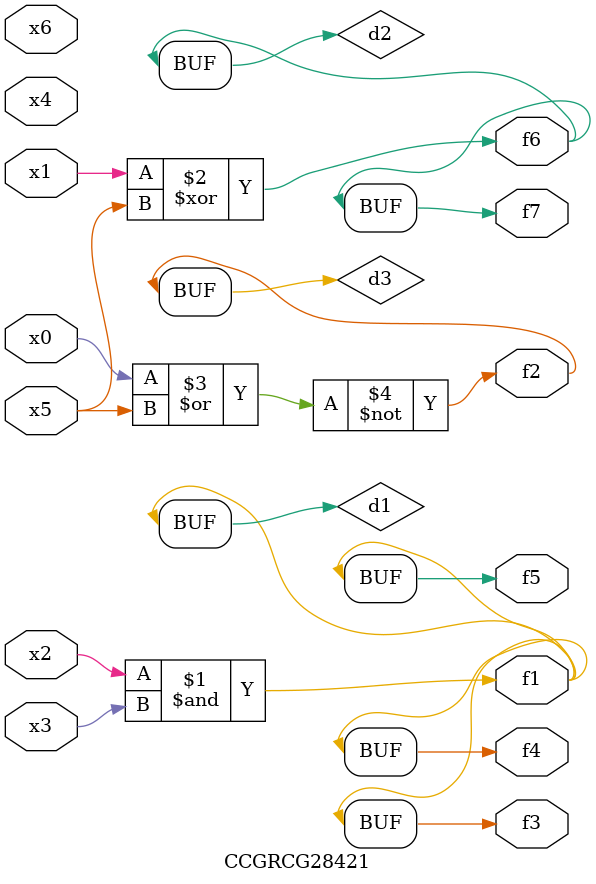
<source format=v>
module CCGRCG28421(
	input x0, x1, x2, x3, x4, x5, x6,
	output f1, f2, f3, f4, f5, f6, f7
);

	wire d1, d2, d3;

	and (d1, x2, x3);
	xor (d2, x1, x5);
	nor (d3, x0, x5);
	assign f1 = d1;
	assign f2 = d3;
	assign f3 = d1;
	assign f4 = d1;
	assign f5 = d1;
	assign f6 = d2;
	assign f7 = d2;
endmodule

</source>
